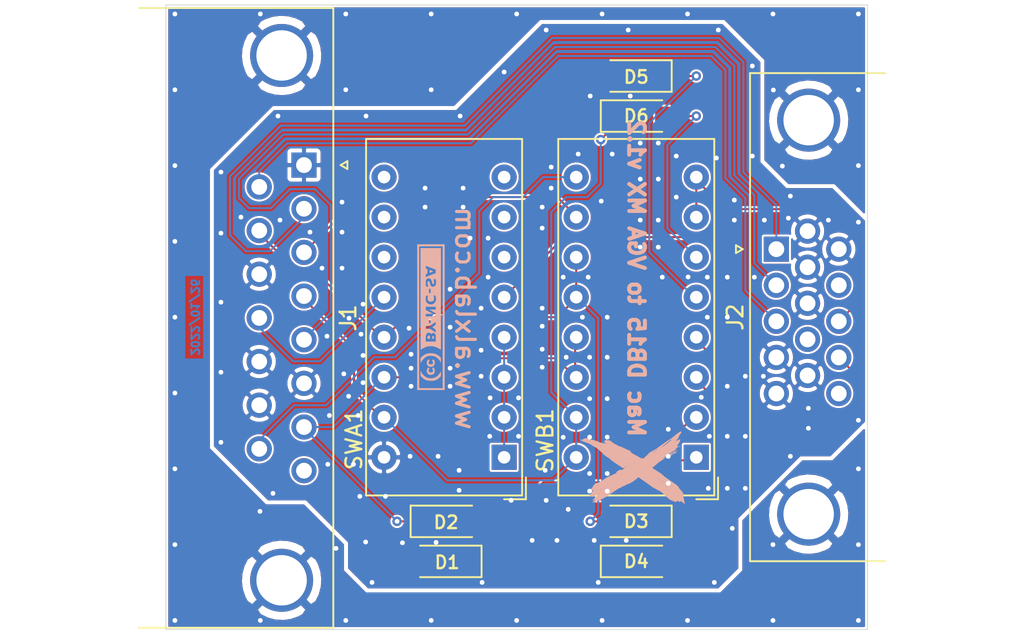
<source format=kicad_pcb>
(kicad_pcb (version 20171130) (host pcbnew "(5.1.6)-1")
  (layers (0 F.Cu signal) (31 B.Cu signal) (34 B.Paste user) (35 F.Paste user) (36 B.SilkS user) (37 F.SilkS user) (38 B.Mask user) (39 F.Mask user) (44 Edge.Cuts user))
  (net 0 "")
  (net 1 /S1-1)
  (net 2 /D1)
  (net 3 /D2)
  (net 4 /D3)
  (net 5 /S2-1)
  (net 6 /D4)
  (net 7 /S0-1)
  (net 8 /D5)
  (net 9 /D6)
  (net 10 /HS)
  (net 11 /VS)
  (net 12 /B)
  (net 13 "Net-(J1-Pad8)")
  (net 14 /G)
  (net 15 /CS)
  (net 16 /R)
  (net 17 "Net-(J2-Pad15)")
  (net 18 /VS-2)
  (net 19 "Net-(J2-Pad12)")
  (net 20 "Net-(J2-Pad9)")
  (net 21 "Net-(SWA1-Pad1)")
  (net 22 "Net-(SWA1-Pad9)")
  (net 23 "Net-(SWA1-Pad10)")
  (net 24 "Net-(SWA1-Pad11)")
  (net 25 "Net-(SWA1-Pad6)")
  (net 26 "Net-(SWA1-Pad7)")
  (net 27 "Net-(SWA1-Pad8)")
  (net 28 /HS-CS)
  (net 29 /GND)
  (net 30 /GND.S)
  (module Diode_SMD:D_SOD-123 (layer F.Cu) (at 130.302 89.5985 180)
    (fp_text reference D6 (at 0 -2.54) (layer F.SilkS) (effects (font (size 0.8 0.8))))
    (fp_text value 1N4148)
    (pad 2 smd rect (at 1.65 0 180) (size 0.9 1.2) (layers F.Cu F.Paste F.Mask) (net 7 /S0-1))
    (pad 1 smd rect (at -1.65 0 180) (size 0.9 1.2) (layers F.Cu F.Paste F.Mask) (net 9 /D6))
  )
  (module Diode_SMD:D_SOD-123 (layer F.Cu) (at 130.302 92.1385)
    (fp_text reference D5 (at 0 -2.4765) (layer F.SilkS) (effects (font (size 0.8 0.8))))
    (fp_text value 1N4148)
    (pad 2 smd rect (at 1.65 0) (size 0.9 1.2) (layers F.Cu F.Paste F.Mask) (net 8 /D5))
    (pad 1 smd rect (at -1.65 0) (size 0.9 1.2) (layers F.Cu F.Paste F.Mask) (net 7 /S0-1))
  )
  (module Diode_SMD:D_SOD-123 (layer F.Cu) (at 130.302 117.856 180)
    (fp_text reference D4 (at 0 -2.54) (layer F.SilkS) (effects (font (size 0.8 0.8))))
    (fp_text value 1N4148)
    (pad 2 smd rect (at 1.65 0 180) (size 0.9 1.2) (layers F.Cu F.Paste F.Mask) (net 5 /S2-1))
    (pad 1 smd rect (at -1.65 0 180) (size 0.9 1.2) (layers F.Cu F.Paste F.Mask) (net 6 /D4))
  )
  (module Diode_SMD:D_SOD-123 (layer F.Cu) (at 130.302 120.396)
    (fp_text reference D3 (at 0 -2.54) (layer F.SilkS) (effects (font (size 0.8 0.8))))
    (fp_text value 1N4148)
    (pad 2 smd rect (at 1.65 0) (size 0.9 1.2) (layers F.Cu F.Paste F.Mask) (net 4 /D3))
    (pad 1 smd rect (at -1.65 0) (size 0.9 1.2) (layers F.Cu F.Paste F.Mask) (net 5 /S2-1))
  )
  (module Diode_SMD:D_SOD-123 (layer F.Cu) (at 118.237 117.856)
    (fp_text reference D2 (at 0 0.0635) (layer F.SilkS) (effects (font (size 0.8 0.8))))
    (fp_text value 1N4148)
    (pad 2 smd rect (at 1.65 0) (size 0.9 1.2) (layers F.Cu F.Paste F.Mask) (net 3 /D2))
    (pad 1 smd rect (at -1.65 0) (size 0.9 1.2) (layers F.Cu F.Paste F.Mask) (net 1 /S1-1))
  )
  (module Diode_SMD:D_SOD-123 (layer F.Cu) (at 118.237 120.396 180)
    (fp_text reference D1 (at -0.0635 -0.0635) (layer F.SilkS) (effects (font (size 0.8 0.8))))
    (fp_text value 1N4148)
    (pad 2 smd rect (at 1.65 0 180) (size 0.9 1.2) (layers F.Cu F.Paste F.Mask) (net 1 /S1-1))
    (pad 1 smd rect (at -1.65 0 180) (size 0.9 1.2) (layers F.Cu F.Paste F.Mask) (net 2 /D1))
  )
  (module project:cc_by_nc_sa_small_9mm_front_silk_screen (layer B.Cu) (at 117.2845 104.902 90)
    (fp_text reference G*** hide)
    (fp_text value LOGO hide)
  )
  (module project:SW_DIP_SPSTx08_Slide_9.78x22.5mm_W7.62mm_P2.54mm (layer F.Cu) (at 134.112 113.792 180)
    (fp_text reference SWB1 (at 9.5885 1.0795 90) (layer F.SilkS))
    (fp_text value SW_DIP_x08)
    (pad 16 thru_hole oval (at 7.62 0 180) (size 1.6 1.6) (drill 0.8) (layers *.Cu *.Mask) (net 7 /S0-1))
    (pad 8 thru_hole oval (at 0 17.78 180) (size 1.6 1.6) (drill 0.8) (layers *.Cu *.Mask) (net 28 /HS-CS))
    (pad 15 thru_hole oval (at 7.62 2.54 180) (size 1.6 1.6) (drill 0.8) (layers *.Cu *.Mask) (net 7 /S0-1))
    (pad 7 thru_hole oval (at 0 15.24 180) (size 1.6 1.6) (drill 0.8) (layers *.Cu *.Mask) (net 28 /HS-CS))
    (pad 14 thru_hole oval (at 7.62 5.08 180) (size 1.6 1.6) (drill 0.8) (layers *.Cu *.Mask) (net 1 /S1-1))
    (pad 6 thru_hole oval (at 0 12.7 180) (size 1.6 1.6) (drill 0.8) (layers *.Cu *.Mask) (net 8 /D5))
    (pad 13 thru_hole oval (at 7.62 7.62 180) (size 1.6 1.6) (drill 0.8) (layers *.Cu *.Mask) (net 1 /S1-1))
    (pad 5 thru_hole oval (at 0 10.16 180) (size 1.6 1.6) (drill 0.8) (layers *.Cu *.Mask) (net 9 /D6))
    (pad 12 thru_hole oval (at 7.62 10.16 180) (size 1.6 1.6) (drill 0.8) (layers *.Cu *.Mask) (net 5 /S2-1))
    (pad 4 thru_hole oval (at 0 7.62 180) (size 1.6 1.6) (drill 0.8) (layers *.Cu *.Mask) (net 4 /D3))
    (pad 11 thru_hole oval (at 7.62 12.7 180) (size 1.6 1.6) (drill 0.8) (layers *.Cu *.Mask) (net 5 /S2-1))
    (pad 3 thru_hole oval (at 0 5.08 180) (size 1.6 1.6) (drill 0.8) (layers *.Cu *.Mask) (net 6 /D4))
    (pad 10 thru_hole oval (at 7.62 15.24 180) (size 1.6 1.6) (drill 0.8) (layers *.Cu *.Mask) (net 15 /CS))
    (pad 2 thru_hole oval (at 0 2.54 180) (size 1.6 1.6) (drill 0.8) (layers *.Cu *.Mask) (net 3 /D2))
    (pad 9 thru_hole oval (at 7.62 17.78 180) (size 1.6 1.6) (drill 0.8) (layers *.Cu *.Mask) (net 10 /HS))
    (pad 1 thru_hole rect (at 0 0 180) (size 1.6 1.6) (drill 0.8) (layers *.Cu *.Mask) (net 2 /D1))
  )
  (module project:SW_DIP_SPSTx08_Slide_9.78x22.5mm_W7.62mm_P2.54mm (layer F.Cu) (at 121.92 113.792 180)
    (fp_text reference SWA1 (at 9.525 1.143 90) (layer F.SilkS))
    (fp_text value SW_DIP_x08)
    (pad 16 thru_hole oval (at 7.62 0 180) (size 1.6 1.6) (drill 0.8) (layers *.Cu *.Mask) (net 29 /GND))
    (pad 8 thru_hole oval (at 0 17.78 180) (size 1.6 1.6) (drill 0.8) (layers *.Cu *.Mask) (net 27 "Net-(SWA1-Pad8)"))
    (pad 15 thru_hole oval (at 7.62 2.54 180) (size 1.6 1.6) (drill 0.8) (layers *.Cu *.Mask) (net 7 /S0-1))
    (pad 7 thru_hole oval (at 0 15.24 180) (size 1.6 1.6) (drill 0.8) (layers *.Cu *.Mask) (net 26 "Net-(SWA1-Pad7)"))
    (pad 14 thru_hole oval (at 7.62 5.08 180) (size 1.6 1.6) (drill 0.8) (layers *.Cu *.Mask) (net 1 /S1-1))
    (pad 6 thru_hole oval (at 0 12.7 180) (size 1.6 1.6) (drill 0.8) (layers *.Cu *.Mask) (net 25 "Net-(SWA1-Pad6)"))
    (pad 13 thru_hole oval (at 7.62 7.62 180) (size 1.6 1.6) (drill 0.8) (layers *.Cu *.Mask) (net 5 /S2-1))
    (pad 5 thru_hole oval (at 0 10.16 180) (size 1.6 1.6) (drill 0.8) (layers *.Cu *.Mask) (net 18 /VS-2))
    (pad 12 thru_hole oval (at 7.62 10.16 180) (size 1.6 1.6) (drill 0.8) (layers *.Cu *.Mask) (net 11 /VS))
    (pad 4 thru_hole oval (at 0 7.62 180) (size 1.6 1.6) (drill 0.8) (layers *.Cu *.Mask) (net 21 "Net-(SWA1-Pad1)"))
    (pad 11 thru_hole oval (at 7.62 12.7 180) (size 1.6 1.6) (drill 0.8) (layers *.Cu *.Mask) (net 24 "Net-(SWA1-Pad11)"))
    (pad 3 thru_hole oval (at 0 5.08 180) (size 1.6 1.6) (drill 0.8) (layers *.Cu *.Mask) (net 21 "Net-(SWA1-Pad1)"))
    (pad 10 thru_hole oval (at 7.62 15.24 180) (size 1.6 1.6) (drill 0.8) (layers *.Cu *.Mask) (net 23 "Net-(SWA1-Pad10)"))
    (pad 2 thru_hole oval (at 0 2.54 180) (size 1.6 1.6) (drill 0.8) (layers *.Cu *.Mask) (net 21 "Net-(SWA1-Pad1)"))
    (pad 9 thru_hole oval (at 7.62 17.78 180) (size 1.6 1.6) (drill 0.8) (layers *.Cu *.Mask) (net 22 "Net-(SWA1-Pad9)"))
    (pad 1 thru_hole rect (at 0 0 180) (size 1.6 1.6) (drill 0.8) (layers *.Cu *.Mask) (net 21 "Net-(SWA1-Pad1)"))
  )
  (module Connector_Dsub:DSUB-15_Male_Horizontal_P2.77x2.84mm_EdgePinOffset7.70mm_Housed_MountingHolesOffset9.12mm (layer F.Cu) (at 109.22 95.25 270)
    (fp_text reference J1 (at 9.695 -2.8 90) (layer F.SilkS))
    (fp_text value Mac_DB15_Male_MountingHoles)
    (pad 1 thru_hole rect (at 0 0 270) (size 1.6 1.6) (drill 1) (layers *.Cu *.Mask) (net 29 /GND))
    (pad 2 thru_hole circle (at 2.77 0 270) (size 1.6 1.6) (drill 1) (layers *.Cu *.Mask) (net 16 /R))
    (pad 3 thru_hole circle (at 5.54 0 270) (size 1.6 1.6) (drill 1) (layers *.Cu *.Mask) (net 15 /CS))
    (pad 4 thru_hole circle (at 8.31 0 270) (size 1.6 1.6) (drill 1) (layers *.Cu *.Mask) (net 7 /S0-1))
    (pad 5 thru_hole circle (at 11.08 0 270) (size 1.6 1.6) (drill 1) (layers *.Cu *.Mask) (net 14 /G))
    (pad 6 thru_hole circle (at 13.85 0 270) (size 1.6 1.6) (drill 1) (layers *.Cu *.Mask) (net 29 /GND))
    (pad 7 thru_hole circle (at 16.62 0 270) (size 1.6 1.6) (drill 1) (layers *.Cu *.Mask) (net 1 /S1-1))
    (pad 8 thru_hole circle (at 19.39 0 270) (size 1.6 1.6) (drill 1) (layers *.Cu *.Mask) (net 13 "Net-(J1-Pad8)"))
    (pad 9 thru_hole circle (at 1.385 2.84 270) (size 1.6 1.6) (drill 1) (layers *.Cu *.Mask) (net 12 /B))
    (pad 10 thru_hole circle (at 4.155 2.84 270) (size 1.6 1.6) (drill 1) (layers *.Cu *.Mask) (net 5 /S2-1))
    (pad 11 thru_hole circle (at 6.925 2.84 270) (size 1.6 1.6) (drill 1) (layers *.Cu *.Mask) (net 29 /GND))
    (pad 12 thru_hole circle (at 9.695 2.84 270) (size 1.6 1.6) (drill 1) (layers *.Cu *.Mask) (net 11 /VS))
    (pad 13 thru_hole circle (at 12.465 2.84 270) (size 1.6 1.6) (drill 1) (layers *.Cu *.Mask) (net 29 /GND))
    (pad 14 thru_hole circle (at 15.235 2.84 270) (size 1.6 1.6) (drill 1) (layers *.Cu *.Mask) (net 29 /GND))
    (pad 15 thru_hole circle (at 18.005 2.84 270) (size 1.6 1.6) (drill 1) (layers *.Cu *.Mask) (net 10 /HS))
    (pad 0 thru_hole circle (at -6.955 1.42 270) (size 4 4) (drill 3.2) (layers *.Cu *.Mask) (net 30 /GND.S))
    (pad 0 thru_hole circle (at 26.345 1.42 270) (size 4 4) (drill 3.2) (layers *.Cu *.Mask) (net 30 /GND.S))
  )
  (module project:logo_7_back (layer F.Cu) (at 131.1275 114.427 270)
    (fp_text reference G*** hide)
    (fp_text value LOGO hide)
  )
  (module Connector_Dsub:DSUB-15-HD_Female_Horizontal_P2.29x1.98mm_EdgePinOffset3.03mm_Housed_MountingHolesOffset4.94mm (layer F.Cu) (at 139.192 100.584 90)
    (fp_text reference J2 (at -4.315 -2.61 90) (layer F.SilkS))
    (fp_text value VGA_DB15_Female_HighDensity_MountingHoles)
    (pad 0 thru_hole circle (at 8.185 2.05 90) (size 4 4) (drill 3.2) (layers *.Cu *.Mask) (net 30 /GND.S))
    (pad 0 thru_hole circle (at -16.815 2.05 90) (size 4 4) (drill 3.2) (layers *.Cu *.Mask) (net 30 /GND.S))
    (pad 15 thru_hole circle (at -9.16 3.96 90) (size 1.6 1.6) (drill 1) (layers *.Cu *.Mask) (net 17 "Net-(J2-Pad15)"))
    (pad 14 thru_hole circle (at -6.87 3.96 90) (size 1.6 1.6) (drill 1) (layers *.Cu *.Mask) (net 18 /VS-2))
    (pad 13 thru_hole circle (at -4.58 3.96 90) (size 1.6 1.6) (drill 1) (layers *.Cu *.Mask) (net 28 /HS-CS))
    (pad 12 thru_hole circle (at -2.29 3.96 90) (size 1.6 1.6) (drill 1) (layers *.Cu *.Mask) (net 19 "Net-(J2-Pad12)"))
    (pad 11 thru_hole circle (at 0 3.96 90) (size 1.6 1.6) (drill 1) (layers *.Cu *.Mask) (net 29 /GND))
    (pad 10 thru_hole circle (at -8.015 1.98 90) (size 1.6 1.6) (drill 1) (layers *.Cu *.Mask) (net 29 /GND))
    (pad 9 thru_hole circle (at -5.725 1.98 90) (size 1.6 1.6) (drill 1) (layers *.Cu *.Mask) (net 20 "Net-(J2-Pad9)"))
    (pad 8 thru_hole circle (at -3.435 1.98 90) (size 1.6 1.6) (drill 1) (layers *.Cu *.Mask) (net 29 /GND))
    (pad 7 thru_hole circle (at -1.145 1.98 90) (size 1.6 1.6) (drill 1) (layers *.Cu *.Mask) (net 29 /GND))
    (pad 6 thru_hole circle (at 1.145 1.98 90) (size 1.6 1.6) (drill 1) (layers *.Cu *.Mask) (net 29 /GND))
    (pad 5 thru_hole circle (at -9.16 0 90) (size 1.6 1.6) (drill 1) (layers *.Cu *.Mask) (net 29 /GND))
    (pad 4 thru_hole circle (at -6.87 0 90) (size 1.6 1.6) (drill 1) (layers *.Cu *.Mask) (net 29 /GND))
    (pad 3 thru_hole circle (at -4.58 0 90) (size 1.6 1.6) (drill 1) (layers *.Cu *.Mask) (net 12 /B))
    (pad 2 thru_hole circle (at -2.29 0 90) (size 1.6 1.6) (drill 1) (layers *.Cu *.Mask) (net 14 /G))
    (pad 1 thru_hole rect (at 0 0 90) (size 1.6 1.6) (drill 1) (layers *.Cu *.Mask) (net 16 /R))
  )
  (gr_text www.alxlab.com (at 119.4435 104.9655 -90) (layer B.SilkS) (effects (font (size 1.2 1.2) (thickness 0.2)) (justify mirror)))
  (gr_text 2022/01/26 (at 102.2985 104.902 -90) (layer B.Cu) (effects (font (size 0.5 0.5) (thickness 0.125)) (justify mirror)))
  (gr_text "Mac DB15 to VGA MX v1.2" (at 130.302 102.4255 -90) (layer B.SilkS) (effects (font (size 1 1) (thickness 0.25)) (justify mirror)))
  (gr_line (start 100.457 124.714) (end 100.457 85.09) (layer Edge.Cuts) (width 0.05))
  (gr_line (start 144.9705 124.714) (end 100.457 124.714) (layer Edge.Cuts) (width 0.05))
  (gr_line (start 144.9705 85.09) (end 144.9705 124.714) (layer Edge.Cuts) (width 0.05))
  (gr_line (start 100.457 85.09) (end 144.9705 85.09) (layer Edge.Cuts) (width 0.05))
  (segment (start 111.0785 111.87) (end 114.2365 108.712) (width 0.127) (layer B.Cu) (net 1))
  (segment (start 109.1565 111.87) (end 111.0785 111.87) (width 0.127) (layer B.Cu) (net 1))
  (segment (start 126.4285 108.585) (end 126.4285 106.045) (width 0.127) (layer F.Cu) (net 1))
  (segment (start 119.5705 108.712) (end 114.3 108.712) (width 0.127) (layer F.Cu) (net 1))
  (segment (start 120.777 107.5055) (end 119.5705 108.712) (width 0.127) (layer F.Cu) (net 1))
  (segment (start 126.492 108.7755) (end 125.222 107.5055) (width 0.127) (layer F.Cu) (net 1))
  (segment (start 125.222 107.5055) (end 120.777 107.5055) (width 0.127) (layer F.Cu) (net 1))
  (segment (start 116.587 117.856) (end 116.587 120.396) (width 0.127) (layer F.Cu) (net 1))
  (segment (start 115.122 117.856) (end 115.1255 117.856) (width 0.127) (layer B.Cu) (net 1))
  (segment (start 109.1565 111.8905) (end 115.122 117.856) (width 0.127) (layer B.Cu) (net 1))
  (segment (start 116.587 117.856) (end 115.1255 117.856) (width 0.127) (layer F.Cu) (net 1))
  (segment (start 115.1255 117.856) (end 115.1255 117.856) (width 0.127) (layer B.Cu) (net 1))
  (via (at 115.1255 117.856) (size 0.6) (drill 0.3) (layers F.Cu B.Cu) (net 1))
  (segment (start 134.112 113.9825) (end 133.1595 113.9825) (width 0.127) (layer F.Cu) (net 2))
  (segment (start 123.19 120.396) (end 119.887 120.396) (width 0.127) (layer F.Cu) (net 2))
  (segment (start 124.7775 118.8085) (end 123.19 120.396) (width 0.127) (layer F.Cu) (net 2))
  (segment (start 130.4925 116.459) (end 125.73 116.459) (width 0.127) (layer F.Cu) (net 2))
  (segment (start 125.73 116.459) (end 124.7775 117.4115) (width 0.127) (layer F.Cu) (net 2))
  (segment (start 133.1595 113.9825) (end 132.969 113.9825) (width 0.127) (layer F.Cu) (net 2))
  (segment (start 132.969 113.9825) (end 130.4925 116.459) (width 0.127) (layer F.Cu) (net 2))
  (segment (start 124.7775 117.4115) (end 124.7775 118.8085) (width 0.127) (layer F.Cu) (net 2))
  (segment (start 124.3965 115.3795) (end 121.92 117.856) (width 0.127) (layer F.Cu) (net 3))
  (segment (start 134.0485 111.125) (end 129.794 115.3795) (width 0.127) (layer F.Cu) (net 3))
  (segment (start 129.794 115.3795) (end 124.3965 115.3795) (width 0.127) (layer F.Cu) (net 3))
  (segment (start 119.887 117.856) (end 121.92 117.856) (width 0.127) (layer F.Cu) (net 3))
  (segment (start 134.112 106.3625) (end 134.112 106.172) (width 0.127) (layer F.Cu) (net 4))
  (segment (start 136.652 116.6495) (end 136.652 108.9025) (width 0.127) (layer F.Cu) (net 4))
  (segment (start 136.652 108.9025) (end 134.112 106.3625) (width 0.127) (layer F.Cu) (net 4))
  (segment (start 135.6995 117.602) (end 136.652 116.6495) (width 0.127) (layer F.Cu) (net 4))
  (segment (start 134.112 120.396) (end 135.6995 118.8085) (width 0.127) (layer F.Cu) (net 4))
  (segment (start 135.6995 118.8085) (end 135.6995 117.602) (width 0.127) (layer F.Cu) (net 4))
  (segment (start 131.952 120.396) (end 134.0485 120.396) (width 0.127) (layer F.Cu) (net 4))
  (segment (start 126.872978 103.759022) (end 126.872978 103.759) (width 0.25) (layer B.Cu) (net 5))
  (segment (start 126.365 103.759) (end 126.492 103.632) (width 0.25) (layer F.Cu) (net 5))
  (segment (start 107.823 101.6635) (end 108.5215 102.362) (width 0.127) (layer F.Cu) (net 5))
  (segment (start 110.2995 102.362) (end 114.3 106.3625) (width 0.127) (layer F.Cu) (net 5))
  (segment (start 108.5215 102.362) (end 110.2995 102.362) (width 0.127) (layer F.Cu) (net 5))
  (segment (start 106.38 99.5955) (end 107.823 101.0385) (width 0.127) (layer F.Cu) (net 5))
  (segment (start 107.823 101.0385) (end 107.823 101.6635) (width 0.127) (layer F.Cu) (net 5))
  (segment (start 110.2995 102.362) (end 110.2995 102.362) (width 0.127) (layer F.Cu) (net 5))
  (segment (start 126.492 103.6955) (end 126.492 101.1555) (width 0.127) (layer F.Cu) (net 5))
  (segment (start 125.2855 104.902) (end 126.492 103.6955) (width 0.127) (layer F.Cu) (net 5))
  (segment (start 114.3 106.2355) (end 115.6335 104.902) (width 0.127) (layer F.Cu) (net 5))
  (segment (start 115.6335 104.902) (end 125.2855 104.902) (width 0.127) (layer F.Cu) (net 5))
  (segment (start 128.652 117.856) (end 128.652 120.396) (width 0.127) (layer F.Cu) (net 5))
  (segment (start 127.5715 117.856) (end 127.5715 117.856) (width 0.127) (layer F.Cu) (net 5))
  (via (at 127.381016 117.856) (size 0.6) (drill 0.3) (layers F.Cu B.Cu) (net 5))
  (segment (start 128.652 117.856) (end 127.381016 117.856) (width 0.127) (layer F.Cu) (net 5))
  (segment (start 127.889 104.9655) (end 126.4285 103.505) (width 0.127) (layer B.Cu) (net 5))
  (segment (start 127.381016 117.856) (end 127.889 117.348016) (width 0.127) (layer B.Cu) (net 5))
  (segment (start 127.889 117.348016) (end 127.889 104.9655) (width 0.127) (layer B.Cu) (net 5))
  (segment (start 135.509 110.2995) (end 134.112 108.9025) (width 0.127) (layer F.Cu) (net 6))
  (segment (start 134.112 117.856) (end 135.509 116.459) (width 0.127) (layer F.Cu) (net 6))
  (segment (start 135.509 116.459) (end 135.509 110.2995) (width 0.127) (layer F.Cu) (net 6))
  (segment (start 134.112 117.856) (end 131.952 117.856) (width 0.127) (layer F.Cu) (net 6))
  (segment (start 126.111 111.76) (end 126.111 111.506) (width 0.25) (layer F.Cu) (net 7))
  (segment (start 126.491996 113.792) (end 126.492 113.792) (width 0.25) (layer F.Cu) (net 7))
  (segment (start 112.395 109.5375) (end 114.3 111.4425) (width 0.127) (layer F.Cu) (net 7))
  (segment (start 112.395 106.934) (end 112.395 109.5375) (width 0.127) (layer F.Cu) (net 7))
  (segment (start 109.22 103.7075) (end 109.22 103.759) (width 0.127) (layer F.Cu) (net 7))
  (segment (start 109.22 103.759) (end 112.395 106.934) (width 0.127) (layer F.Cu) (net 7))
  (segment (start 126.492 111.252) (end 126.492 113.792) (width 0.127) (layer B.Cu) (net 7))
  (segment (start 118.3005 115.2525) (end 114.3 111.252) (width 0.127) (layer B.Cu) (net 7))
  (segment (start 125.0315 115.2525) (end 118.3005 115.2525) (width 0.127) (layer B.Cu) (net 7))
  (segment (start 126.492 113.792) (end 125.0315 115.2525) (width 0.127) (layer B.Cu) (net 7))
  (segment (start 124.9045 98.2345) (end 124.9045 109.6645) (width 0.127) (layer B.Cu) (net 7))
  (segment (start 125.857 97.282) (end 124.9045 98.2345) (width 0.127) (layer B.Cu) (net 7))
  (segment (start 124.9045 109.6645) (end 126.492 111.252) (width 0.127) (layer B.Cu) (net 7))
  (segment (start 128.04775 96.42475) (end 127.1905 97.282) (width 0.127) (layer B.Cu) (net 7))
  (segment (start 127.1905 97.282) (end 125.857 97.282) (width 0.127) (layer B.Cu) (net 7))
  (segment (start 128.04775 93.63075) (end 128.04775 96.393) (width 0.127) (layer B.Cu) (net 7))
  (via (at 128.04775 93.63075) (size 0.6) (drill 0.3) (layers F.Cu B.Cu) (net 7))
  (segment (start 128.04775 93.63075) (end 128.651 93.0275) (width 0.127) (layer F.Cu) (net 7))
  (segment (start 128.651 92.1395) (end 128.652 92.1385) (width 0.127) (layer F.Cu) (net 7))
  (segment (start 128.651 93.0275) (end 128.651 92.1395) (width 0.127) (layer F.Cu) (net 7))
  (segment (start 128.652 92.1385) (end 128.652 89.5985) (width 0.127) (layer F.Cu) (net 7))
  (segment (start 133.985 100.965) (end 134.112 101.092) (width 0.25) (layer F.Cu) (net 8))
  (segment (start 134.112 101.092) (end 133.7945 100.7745) (width 0.127) (layer F.Cu) (net 8))
  (segment (start 132.2705 99.2505) (end 132.2705 93.980002) (width 0.127) (layer B.Cu) (net 8))
  (segment (start 134.0485 92.2655) (end 134.0485 92.202002) (width 0.127) (layer B.Cu) (net 8))
  (segment (start 132.2705 93.980002) (end 134.112002 92.1385) (width 0.127) (layer B.Cu) (net 8))
  (segment (start 134.0485 92.202002) (end 134.112002 92.1385) (width 0.127) (layer B.Cu) (net 8))
  (via (at 134.112002 92.1385) (size 0.6) (drill 0.3) (layers F.Cu B.Cu) (net 8))
  (segment (start 134.112 101.092) (end 132.2705 99.2505) (width 0.127) (layer B.Cu) (net 8))
  (segment (start 134.112002 92.1385) (end 131.952 92.1385) (width 0.127) (layer F.Cu) (net 8))
  (segment (start 133.985 103.632) (end 134.112 103.632) (width 0.127) (layer B.Cu) (net 9))
  (segment (start 131.1275 100.7745) (end 133.985 103.632) (width 0.127) (layer B.Cu) (net 9))
  (segment (start 134.112 89.5985) (end 134.112 89.5985) (width 0.127) (layer B.Cu) (net 9))
  (segment (start 131.1275 92.583) (end 131.1275 100.7745) (width 0.127) (layer B.Cu) (net 9))
  (segment (start 134.112 89.5985) (end 131.1275 92.583) (width 0.127) (layer B.Cu) (net 9))
  (via (at 134.112 89.5985) (size 0.6) (drill 0.3) (layers F.Cu B.Cu) (net 9))
  (segment (start 134.112 89.5985) (end 131.952 89.5985) (width 0.127) (layer F.Cu) (net 9))
  (segment (start 123.1265 97.282) (end 124.3965 96.012) (width 0.127) (layer B.Cu) (net 10))
  (segment (start 121.2215 97.282) (end 123.1265 97.282) (width 0.127) (layer B.Cu) (net 10))
  (segment (start 120.3325 98.171) (end 121.2215 97.282) (width 0.127) (layer B.Cu) (net 10))
  (segment (start 124.3965 96.012) (end 126.492 96.012) (width 0.127) (layer B.Cu) (net 10))
  (segment (start 120.3325 102.108) (end 120.3325 98.171) (width 0.127) (layer B.Cu) (net 10))
  (segment (start 114.9985 107.442) (end 120.3325 102.108) (width 0.127) (layer B.Cu) (net 10))
  (segment (start 108.585 110.49) (end 110.617 110.49) (width 0.127) (layer B.Cu) (net 10))
  (segment (start 110.617 110.49) (end 113.665 107.442) (width 0.127) (layer B.Cu) (net 10))
  (segment (start 106.38 112.695) (end 108.585 110.49) (width 0.127) (layer B.Cu) (net 10))
  (segment (start 106.38 113.255) (end 106.38 112.695) (width 0.127) (layer B.Cu) (net 10))
  (segment (start 113.665 107.442) (end 114.9985 107.442) (width 0.127) (layer B.Cu) (net 10))
  (segment (start 106.38 105.5545) (end 108.5215 107.696) (width 0.127) (layer B.Cu) (net 11))
  (segment (start 106.38 105.0925) (end 106.38 105.5545) (width 0.127) (layer B.Cu) (net 11))
  (segment (start 110.236 107.696) (end 114.2365 103.6955) (width 0.127) (layer B.Cu) (net 11))
  (segment (start 108.5215 107.696) (end 110.236 107.696) (width 0.127) (layer B.Cu) (net 11))
  (segment (start 137.2235 103.1955) (end 139.192 105.164) (width 0.127) (layer B.Cu) (net 12))
  (segment (start 137.2235 97.3455) (end 137.2235 103.1955) (width 0.127) (layer B.Cu) (net 12))
  (segment (start 135.9535 89.2175) (end 135.9535 96.0755) (width 0.127) (layer B.Cu) (net 12))
  (segment (start 135.0645 88.3285) (end 135.9535 89.2175) (width 0.127) (layer B.Cu) (net 12))
  (segment (start 106.38 95.6389) (end 108.1532 93.8657) (width 0.127) (layer B.Cu) (net 12))
  (segment (start 106.38 96.7825) (end 106.38 95.6389) (width 0.127) (layer B.Cu) (net 12))
  (segment (start 135.9535 96.0755) (end 137.2235 97.3455) (width 0.127) (layer B.Cu) (net 12))
  (segment (start 125.349 88.3285) (end 135.0645 88.3285) (width 0.127) (layer B.Cu) (net 12))
  (segment (start 108.1532 93.8657) (end 119.8118 93.8657) (width 0.127) (layer B.Cu) (net 12))
  (segment (start 119.8118 93.8657) (end 125.349 88.3285) (width 0.127) (layer B.Cu) (net 12))
  (segment (start 137.795 101.477) (end 139.192 102.874) (width 0.127) (layer B.Cu) (net 14))
  (segment (start 136.525 88.9635) (end 136.525 95.885) (width 0.127) (layer B.Cu) (net 14))
  (segment (start 125.1585 87.757) (end 135.3185 87.757) (width 0.127) (layer B.Cu) (net 14))
  (segment (start 108.331 96.774) (end 107.1245 97.9805) (width 0.127) (layer B.Cu) (net 14))
  (segment (start 105.0925 96.1263) (end 107.9119 93.3069) (width 0.127) (layer B.Cu) (net 14))
  (segment (start 109.9185 96.774) (end 108.331 96.774) (width 0.127) (layer B.Cu) (net 14))
  (segment (start 110.9345 97.79) (end 109.9185 96.774) (width 0.127) (layer B.Cu) (net 14))
  (segment (start 105.0925 97.3455) (end 105.0925 96.1263) (width 0.127) (layer B.Cu) (net 14))
  (segment (start 135.3185 87.757) (end 136.525 88.9635) (width 0.127) (layer B.Cu) (net 14))
  (segment (start 109.1565 106.3505) (end 110.9345 104.5725) (width 0.127) (layer B.Cu) (net 14))
  (segment (start 110.9345 104.5725) (end 110.9345 97.79) (width 0.127) (layer B.Cu) (net 14))
  (segment (start 137.795 97.155) (end 137.795 101.477) (width 0.127) (layer B.Cu) (net 14))
  (segment (start 107.1245 97.9805) (end 105.7275 97.9805) (width 0.127) (layer B.Cu) (net 14))
  (segment (start 119.6086 93.3069) (end 125.1585 87.757) (width 0.127) (layer B.Cu) (net 14))
  (segment (start 136.525 95.885) (end 137.795 97.155) (width 0.127) (layer B.Cu) (net 14))
  (segment (start 105.7275 97.9805) (end 105.0925 97.3455) (width 0.127) (layer B.Cu) (net 14))
  (segment (start 107.9119 93.3069) (end 119.6086 93.3069) (width 0.127) (layer B.Cu) (net 14))
  (segment (start 109.22 100.79) (end 109.535001 100.474999) (width 0.25) (layer F.Cu) (net 15))
  (segment (start 126.4285 98.425) (end 125.2855 97.282) (width 0.127) (layer F.Cu) (net 15))
  (segment (start 125.2855 97.282) (end 112.728 97.282) (width 0.127) (layer F.Cu) (net 15))
  (segment (start 112.728 97.282) (end 109.22 100.79) (width 0.127) (layer F.Cu) (net 15))
  (segment (start 109.22 98.02) (end 109.22 98.2345) (width 0.127) (layer B.Cu) (net 16))
  (segment (start 139.192 97.79) (end 139.192 100.584) (width 0.127) (layer B.Cu) (net 16))
  (segment (start 137.0965 95.6945) (end 139.192 97.79) (width 0.127) (layer B.Cu) (net 16))
  (segment (start 104.521 99.695) (end 104.521 95.9739) (width 0.127) (layer B.Cu) (net 16))
  (segment (start 105.537 100.711) (end 104.521 99.695) (width 0.127) (layer B.Cu) (net 16))
  (segment (start 107.061 100.711) (end 105.537 100.711) (width 0.127) (layer B.Cu) (net 16))
  (segment (start 109.22 98.552) (end 107.061 100.711) (width 0.127) (layer B.Cu) (net 16))
  (segment (start 104.521 95.9739) (end 107.7468 92.7481) (width 0.127) (layer B.Cu) (net 16))
  (segment (start 137.0965 88.7095) (end 137.0965 95.6945) (width 0.127) (layer B.Cu) (net 16))
  (segment (start 107.7468 92.7481) (end 119.4054 92.7481) (width 0.127) (layer B.Cu) (net 16))
  (segment (start 119.4054 92.7481) (end 124.968 87.1855) (width 0.127) (layer B.Cu) (net 16))
  (segment (start 124.968 87.1855) (end 135.5725 87.1855) (width 0.127) (layer B.Cu) (net 16))
  (segment (start 109.22 98.1675) (end 109.22 98.552) (width 0.127) (layer B.Cu) (net 16))
  (segment (start 135.5725 87.1855) (end 137.0965 88.7095) (width 0.127) (layer B.Cu) (net 16))
  (segment (start 144.399 108.701) (end 143.152 107.454) (width 0.127) (layer F.Cu) (net 18))
  (segment (start 138.4935 111.3155) (end 143.637 111.3155) (width 0.127) (layer F.Cu) (net 18))
  (segment (start 137.795 110.617) (end 138.4935 111.3155) (width 0.127) (layer F.Cu) (net 18))
  (segment (start 137.795 107.7595) (end 137.795 110.617) (width 0.127) (layer F.Cu) (net 18))
  (segment (start 143.637 111.3155) (end 144.399 110.5535) (width 0.127) (layer F.Cu) (net 18))
  (segment (start 144.399 110.5535) (end 144.399 108.701) (width 0.127) (layer F.Cu) (net 18))
  (segment (start 135.509 100.5205) (end 135.509 105.4735) (width 0.127) (layer F.Cu) (net 18))
  (segment (start 135.509 105.4735) (end 137.795 107.7595) (width 0.127) (layer F.Cu) (net 18))
  (segment (start 134.8105 99.822) (end 135.509 100.5205) (width 0.127) (layer F.Cu) (net 18))
  (segment (start 121.92 103.632) (end 125.73 99.822) (width 0.127) (layer F.Cu) (net 18))
  (segment (start 125.73 99.822) (end 134.8105 99.822) (width 0.127) (layer F.Cu) (net 18))
  (segment (start 121.92 113.792) (end 121.92 106.172) (width 0.127) (layer B.Cu) (net 21))
  (segment (start 135.9535 98.044) (end 134.112 96.2025) (width 0.127) (layer F.Cu) (net 28))
  (segment (start 142.748 98.044) (end 135.9535 98.044) (width 0.127) (layer F.Cu) (net 28))
  (segment (start 144.4625 99.7585) (end 142.748 98.044) (width 0.127) (layer F.Cu) (net 28))
  (segment (start 143.152 105.164) (end 144.4625 103.8535) (width 0.127) (layer F.Cu) (net 28))
  (segment (start 144.4625 103.8535) (end 144.4625 99.7585) (width 0.127) (layer F.Cu) (net 28))
  (segment (start 134.112 96.2025) (end 134.112 98.7425) (width 0.127) (layer F.Cu) (net 28))
  (segment (start 109.22 109.1) (end 109.22 109.347) (width 0.5) (layer F.Cu) (net 29))
  (segment (start 135.255 94.8) (end 135.3875 94.8) (width 0.25) (layer F.Cu) (net 29))
  (via (at 127.3429 107.442) (size 0.6) (drill 0.3) (layers F.Cu B.Cu) (net 29))
  (via (at 128.4605 107.442) (size 0.6) (drill 0.3) (layers F.Cu B.Cu) (net 29))
  (via (at 125.857 107.442) (size 0.6) (drill 0.3) (layers F.Cu B.Cu) (net 29))
  (via (at 124.333 108.077) (size 0.6) (drill 0.3) (layers F.Cu B.Cu) (net 29))
  (via (at 124.333 106.934) (size 0.6) (drill 0.3) (layers F.Cu B.Cu) (net 29))
  (via (at 124.333 105.4735) (size 0.6) (drill 0.3) (layers F.Cu B.Cu) (net 29))
  (via (at 124.333 104.3305) (size 0.6) (drill 0.3) (layers F.Cu B.Cu) (net 29))
  (via (at 126.8857 104.902) (size 0.6) (drill 0.3) (layers F.Cu B.Cu) (net 29))
  (via (at 128.4605 104.902) (size 0.6) (drill 0.3) (layers F.Cu B.Cu) (net 29))
  (via (at 130.556 98.7425) (size 0.6) (drill 0.3) (layers F.Cu B.Cu) (net 29))
  (via (at 131.699 100.457) (size 0.6) (drill 0.3) (layers F.Cu B.Cu) (net 29))
  (via (at 131.699 98.7425) (size 0.6) (drill 0.3) (layers F.Cu B.Cu) (net 29))
  (via (at 133.5913 102.3493) (size 0.6) (drill 0.3) (layers F.Cu B.Cu) (net 29))
  (via (at 131.953 102.362) (size 0.6) (drill 0.3) (layers F.Cu B.Cu) (net 29))
  (via (at 127.3429 110.0709) (size 0.6) (drill 0.3) (layers F.Cu B.Cu) (net 29))
  (via (at 128.4605 110.0709) (size 0.6) (drill 0.3) (layers F.Cu B.Cu) (net 29))
  (via (at 127.3429 112.5093) (size 0.6) (drill 0.3) (layers F.Cu B.Cu) (net 29))
  (via (at 128.4605 112.5093) (size 0.6) (drill 0.3) (layers F.Cu B.Cu) (net 29))
  (via (at 127.3429 114.8207) (size 0.6) (drill 0.3) (layers F.Cu B.Cu) (net 29))
  (via (at 128.4605 114.8207) (size 0.6) (drill 0.3) (layers F.Cu B.Cu) (net 29))
  (via (at 125.2728 119.0625) (size 0.6) (drill 0.3) (layers F.Cu B.Cu) (net 29))
  (via (at 127.635 119.0625) (size 0.6) (drill 0.3) (layers F.Cu B.Cu) (net 29))
  (via (at 128.4605 115.9383) (size 0.6) (drill 0.3) (layers F.Cu B.Cu) (net 29))
  (via (at 127.3429 115.9383) (size 0.6) (drill 0.3) (layers F.Cu B.Cu) (net 29))
  (via (at 113.1316 119.1641) (size 0.6) (drill 0.3) (layers F.Cu B.Cu) (net 29))
  (via (at 115.4684 119.2149) (size 0.6) (drill 0.3) (layers F.Cu B.Cu) (net 29))
  (via (at 112.7633 116.2685) (size 0.6) (drill 0.3) (layers F.Cu B.Cu) (net 29))
  (via (at 114.3889 116.2685) (size 0.6) (drill 0.3) (layers F.Cu B.Cu) (net 29))
  (via (at 112.3569 114.2365) (size 0.6) (drill 0.3) (layers F.Cu B.Cu) (net 29))
  (via (at 110.7313 114.2365) (size 0.6) (drill 0.3) (layers F.Cu B.Cu) (net 29))
  (via (at 110.8329 111.1377) (size 0.6) (drill 0.3) (layers F.Cu B.Cu) (net 29))
  (via (at 112.6617 111.1377) (size 0.6) (drill 0.3) (layers F.Cu B.Cu) (net 29))
  (via (at 112.0521 109.9185) (size 0.6) (drill 0.3) (layers F.Cu B.Cu) (net 29))
  (via (at 112.9665 109.0549) (size 0.6) (drill 0.3) (layers F.Cu B.Cu) (net 29))
  (via (at 112.9665 107.3277) (size 0.6) (drill 0.3) (layers F.Cu B.Cu) (net 29))
  (via (at 111.7473 108.4961) (size 0.6) (drill 0.3) (layers F.Cu B.Cu) (net 29))
  (via (at 122.8344 110.0201) (size 0.6) (drill 0.3) (layers F.Cu B.Cu) (net 29))
  (via (at 121.031 110.0201) (size 0.6) (drill 0.3) (layers F.Cu B.Cu) (net 29))
  (via (at 121.0056 112.4585) (size 0.6) (drill 0.3) (layers F.Cu B.Cu) (net 29))
  (via (at 122.8344 112.4585) (size 0.6) (drill 0.3) (layers F.Cu B.Cu) (net 29))
  (via (at 107.2515 116.078) (size 0.6) (drill 0.3) (layers F.Cu B.Cu) (net 29))
  (via (at 103.9495 95.6945) (size 0.6) (drill 0.3) (layers F.Cu B.Cu) (net 29))
  (via (at 103.9495 112.8395) (size 0.6) (drill 0.3) (layers F.Cu B.Cu) (net 29))
  (via (at 103.9495 108.3945) (size 0.6) (drill 0.3) (layers F.Cu B.Cu) (net 29))
  (via (at 103.9495 99.568) (size 0.6) (drill 0.3) (layers F.Cu B.Cu) (net 29))
  (via (at 103.9495 103.9495) (size 0.6) (drill 0.3) (layers F.Cu B.Cu) (net 29))
  (via (at 107.569 92.1385) (size 0.6) (drill 0.3) (layers F.Cu B.Cu) (net 29))
  (via (at 113.157 92.1385) (size 0.6) (drill 0.3) (layers F.Cu B.Cu) (net 29))
  (via (at 121.92 89.3445) (size 0.6) (drill 0.3) (layers F.Cu B.Cu) (net 29))
  (via (at 129.794 86.6775) (size 0.6) (drill 0.3) (layers F.Cu B.Cu) (net 29))
  (via (at 135.509 86.6775) (size 0.6) (drill 0.3) (layers F.Cu B.Cu) (net 29))
  (via (at 137.668 88.9635) (size 0.6) (drill 0.3) (layers F.Cu B.Cu) (net 29))
  (via (at 137.668 94.6785) (size 0.6) (drill 0.3) (layers F.Cu B.Cu) (net 29))
  (via (at 140.081 97.2185) (size 0.6) (drill 0.3) (layers F.Cu B.Cu) (net 29))
  (via (at 144.399 98.8695) (size 0.6) (drill 0.3) (layers F.Cu B.Cu) (net 29))
  (via (at 144.399 111.4425) (size 0.6) (drill 0.3) (layers F.Cu B.Cu) (net 29))
  (via (at 140.081 113.7285) (size 0.6) (drill 0.3) (layers F.Cu B.Cu) (net 29))
  (via (at 136.398 118.3005) (size 0.6) (drill 0.3) (layers F.Cu B.Cu) (net 29))
  (via (at 113.538 121.7295) (size 0.6) (drill 0.3) (layers F.Cu B.Cu) (net 29))
  (via (at 120.523 121.7295) (size 0.6) (drill 0.3) (layers F.Cu B.Cu) (net 29))
  (via (at 127.889 121.7295) (size 0.6) (drill 0.3) (layers F.Cu B.Cu) (net 29))
  (via (at 135.255 121.7295) (size 0.6) (drill 0.3) (layers F.Cu B.Cu) (net 29))
  (via (at 134.874 115.7605) (size 0.6) (drill 0.3) (layers F.Cu B.Cu) (net 29))
  (via (at 136.0805 115.7605) (size 0.6) (drill 0.3) (layers F.Cu B.Cu) (net 29))
  (via (at 137.2235 115.7605) (size 0.6) (drill 0.3) (layers F.Cu B.Cu) (net 29))
  (via (at 136.0805 112.4585) (size 0.6) (drill 0.3) (layers F.Cu B.Cu) (net 29))
  (via (at 134.9375 112.4585) (size 0.6) (drill 0.3) (layers F.Cu B.Cu) (net 29))
  (via (at 137.2235 112.4585) (size 0.6) (drill 0.3) (layers F.Cu B.Cu) (net 29))
  (via (at 134.4295 109.982) (size 0.6) (drill 0.3) (layers F.Cu B.Cu) (net 29))
  (via (at 136.0805 109.2835) (size 0.6) (drill 0.3) (layers F.Cu B.Cu) (net 29))
  (via (at 137.2235 108.6485) (size 0.6) (drill 0.3) (layers F.Cu B.Cu) (net 29))
  (via (at 138.3665 108.6485) (size 0.6) (drill 0.3) (layers F.Cu B.Cu) (net 29))
  (via (at 141.224 110.6805) (size 0.6) (drill 0.3) (layers F.Cu B.Cu) (net 29))
  (via (at 141.224 111.9505) (size 0.6) (drill 0.3) (layers F.Cu B.Cu) (net 29))
  (via (at 142.494 98.7425) (size 0.6) (drill 0.3) (layers F.Cu B.Cu) (net 29))
  (via (at 139.954 98.6155) (size 0.6) (drill 0.3) (layers F.Cu B.Cu) (net 29))
  (via (at 134.8105 102.362) (size 0.6) (drill 0.3) (layers F.Cu B.Cu) (net 29))
  (via (at 136.0805 102.362) (size 0.6) (drill 0.3) (layers F.Cu B.Cu) (net 29))
  (via (at 134.8105 104.902) (size 0.6) (drill 0.3) (layers F.Cu B.Cu) (net 29))
  (via (at 136.0805 104.902) (size 0.6) (drill 0.3) (layers F.Cu B.Cu) (net 29))
  (via (at 125.6665 102.362) (size 0.6) (drill 0.3) (layers F.Cu B.Cu) (net 29))
  (via (at 127.254 102.362) (size 0.6) (drill 0.3) (layers F.Cu B.Cu) (net 29))
  (via (at 138.43 98.7425) (size 0.6) (drill 0.3) (layers F.Cu B.Cu) (net 29))
  (via (at 136.525 98.7425) (size 0.6) (drill 0.3) (layers F.Cu B.Cu) (net 29))
  (via (at 137.795 102.362) (size 0.6) (drill 0.3) (layers F.Cu B.Cu) (net 29))
  (via (at 126.619 94.5515) (size 0.6) (drill 0.3) (layers F.Cu B.Cu) (net 29))
  (via (at 128.778 94.5515) (size 0.6) (drill 0.3) (layers F.Cu B.Cu) (net 29))
  (via (at 124.333 99.2505) (size 0.6) (drill 0.3) (layers F.Cu B.Cu) (net 29))
  (via (at 120.904 99.8855) (size 0.6) (drill 0.3) (layers F.Cu B.Cu) (net 29))
  (via (at 119.761 99.8855) (size 0.6) (drill 0.3) (layers F.Cu B.Cu) (net 29))
  (via (at 118.491 103.124) (size 0.6) (drill 0.3) (layers F.Cu B.Cu) (net 29))
  (via (at 118.491 105.537) (size 0.6) (drill 0.3) (layers F.Cu B.Cu) (net 29))
  (via (at 115.8875 105.6005) (size 0.6) (drill 0.3) (layers F.Cu B.Cu) (net 29))
  (via (at 115.951 113.7285) (size 0.6) (drill 0.3) (layers F.Cu B.Cu) (net 29))
  (via (at 117.729 113.7285) (size 0.6) (drill 0.3) (layers F.Cu B.Cu) (net 29))
  (via (at 119.0625 114.6175) (size 0.6) (drill 0.3) (layers F.Cu B.Cu) (net 29))
  (via (at 119.0625 115.8875) (size 0.6) (drill 0.3) (layers F.Cu B.Cu) (net 29))
  (via (at 124.5235 114.6175) (size 0.6) (drill 0.3) (layers F.Cu B.Cu) (net 29))
  (via (at 124.587 116.5225) (size 0.6) (drill 0.3) (layers F.Cu B.Cu) (net 29))
  (via (at 112.0775 104.9655) (size 0.6) (drill 0.3) (layers F.Cu B.Cu) (net 29))
  (via (at 112.8395 105.9815) (size 0.6) (drill 0.3) (layers F.Cu B.Cu) (net 29))
  (via (at 112.9665 104.0765) (size 0.6) (drill 0.3) (layers F.Cu B.Cu) (net 29))
  (via (at 110.363 101.7905) (size 0.6) (drill 0.3) (layers F.Cu B.Cu) (net 29))
  (via (at 111.633 101.7905) (size 0.6) (drill 0.3) (layers F.Cu B.Cu) (net 29))
  (via (at 109.601 99.5045) (size 0.6) (drill 0.3) (layers F.Cu B.Cu) (net 29))
  (via (at 111.633 99.5045) (size 0.6) (drill 0.3) (layers F.Cu B.Cu) (net 29))
  (via (at 119.126 92.1385) (size 0.6) (drill 0.3) (layers F.Cu B.Cu) (net 29))
  (via (at 124.587 86.6775) (size 0.6) (drill 0.3) (layers F.Cu B.Cu) (net 29))
  (via (at 123.698 119.0625) (size 0.6) (drill 0.3) (layers F.Cu B.Cu) (net 29))
  (via (at 136.525 97.4725) (size 0.6) (drill 0.3) (layers F.Cu B.Cu) (net 29))
  (via (at 124.9045 96.7105) (size 0.6) (drill 0.3) (layers F.Cu B.Cu) (net 29))
  (via (at 119.3165 96.7105) (size 0.6) (drill 0.3) (layers F.Cu B.Cu) (net 29))
  (via (at 119.3165 97.917) (size 0.6) (drill 0.3) (layers F.Cu B.Cu) (net 29))
  (via (at 116.9035 96.7105) (size 0.6) (drill 0.3) (layers F.Cu B.Cu) (net 29))
  (via (at 116.9035 97.917) (size 0.6) (drill 0.3) (layers F.Cu B.Cu) (net 29))
  (via (at 120.904 102.362) (size 0.6) (drill 0.3) (layers F.Cu B.Cu) (net 29))
  (via (at 118.491 109.2835) (size 0.6) (drill 0.3) (layers F.Cu B.Cu) (net 29))
  (via (at 116.0145 109.2835) (size 0.6) (drill 0.3) (layers F.Cu B.Cu) (net 29))
  (via (at 116.0145 108.1405) (size 0.6) (drill 0.3) (layers F.Cu B.Cu) (net 29))
  (via (at 118.491 108.1405) (size 0.6) (drill 0.3) (layers F.Cu B.Cu) (net 29))
  (via (at 111.633 97.5995) (size 0.6) (drill 0.3) (layers F.Cu B.Cu) (net 29))
  (segment (start 135.3875 94.8) (end 136.2 94.8) (width 0.25) (layer F.Cu) (net 29))
  (via (at 135.3875 94.8) (size 0.6) (drill 0.3) (layers F.Cu B.Cu) (net 29))
  (via (at 132.842 97.282) (size 0.6) (drill 0.3) (layers F.Cu B.Cu) (net 29))
  (via (at 131.699 96.139) (size 0.6) (drill 0.3) (layers F.Cu B.Cu) (net 29))
  (via (at 130.556 96.139) (size 0.6) (drill 0.3) (layers F.Cu B.Cu) (net 29))
  (via (at 132.842 94.6785) (size 0.6) (drill 0.3) (layers F.Cu B.Cu) (net 29))
  (via (at 131.699 93.853) (size 0.6) (drill 0.3) (layers F.Cu B.Cu) (net 29))
  (via (at 130.556 93.853) (size 0.6) (drill 0.3) (layers F.Cu B.Cu) (net 29))
  (via (at 128.0795 97.536) (size 0.6) (drill 0.3) (layers F.Cu B.Cu) (net 29))
  (via (at 132.334 115.443) (size 0.6) (drill 0.3) (layers F.Cu B.Cu) (net 29))
  (via (at 132.334 113.7285) (size 0.6) (drill 0.3) (layers F.Cu B.Cu) (net 29))
  (via (at 132.334 112.014) (size 0.6) (drill 0.3) (layers F.Cu B.Cu) (net 29))
  (via (at 110.6805 106.1085) (size 0.6) (drill 0.3) (layers F.Cu B.Cu) (net 29))
  (via (at 107.696 98.7425) (size 0.6) (drill 0.3) (layers F.Cu B.Cu) (net 29))
  (via (at 105.2195 98.552) (size 0.6) (drill 0.3) (layers F.Cu B.Cu) (net 29))
  (via (at 124.9045 95.377) (size 0.6) (drill 0.3) (layers F.Cu B.Cu) (net 29))
  (via (at 124.333 97.917) (size 0.6) (drill 0.3) (layers F.Cu B.Cu) (net 29))
  (via (at 125.6665 112.522) (size 0.6) (drill 0.3) (layers F.Cu B.Cu) (net 29))
  (via (at 116.0145 107.2515) (size 0.6) (drill 0.3) (layers F.Cu B.Cu) (net 29))
  (via (at 120.4595 108.6485) (size 0.6) (drill 0.3) (layers F.Cu B.Cu) (net 29))
  (via (at 120.4595 106.9975) (size 0.6) (drill 0.3) (layers F.Cu B.Cu) (net 29))
  (via (at 120.4595 104.3305) (size 0.6) (drill 0.3) (layers F.Cu B.Cu) (net 29))
  (via (at 130.556 100.457) (size 0.6) (drill 0.3) (layers F.Cu B.Cu) (net 29))
  (via (at 129.667 119.0625) (size 0.6) (drill 0.3) (layers F.Cu B.Cu) (net 29))
  (via (at 117.602 119.1895) (size 0.6) (drill 0.3) (layers F.Cu B.Cu) (net 29))
  (via (at 125.984 117.094) (size 0.6) (drill 0.3) (layers F.Cu B.Cu) (net 29))
  (via (at 122.3645 116.5225) (size 0.6) (drill 0.3) (layers F.Cu B.Cu) (net 29))
  (via (at 129.921 90.8685) (size 0.6) (drill 0.3) (layers F.Cu B.Cu) (net 29))
  (via (at 127.381 90.8685) (size 0.6) (drill 0.3) (layers F.Cu B.Cu) (net 29))
  (via (at 101.0285 85.6615) (size 0.6) (drill 0.3) (layers F.Cu B.Cu) (net 30))
  (via (at 101.0285 124.1425) (size 0.6) (drill 0.3) (layers F.Cu B.Cu) (net 30))
  (via (at 101.0285 90.4715) (size 0.6) (drill 0.3) (layers F.Cu B.Cu) (net 30))
  (via (at 101.0285 95.2815) (size 0.6) (drill 0.3) (layers F.Cu B.Cu) (net 30))
  (via (at 101.0285 100.0915) (size 0.6) (drill 0.3) (layers F.Cu B.Cu) (net 30))
  (via (at 101.0285 104.9015) (size 0.6) (drill 0.3) (layers F.Cu B.Cu) (net 30))
  (via (at 101.0285 109.7115) (size 0.6) (drill 0.3) (layers F.Cu B.Cu) (net 30))
  (via (at 101.0285 114.5215) (size 0.6) (drill 0.3) (layers F.Cu B.Cu) (net 30))
  (via (at 101.0285 119.3315) (size 0.6) (drill 0.3) (layers F.Cu B.Cu) (net 30))
  (via (at 144.399 85.6615) (size 0.6) (drill 0.3) (layers F.Cu B.Cu) (net 30))
  (via (at 106.44975 124.1425) (size 0.6) (drill 0.3) (layers F.Cu B.Cu) (net 30))
  (via (at 111.871 124.1425) (size 0.6) (drill 0.3) (layers F.Cu B.Cu) (net 30))
  (via (at 117.29225 124.1425) (size 0.6) (drill 0.3) (layers F.Cu B.Cu) (net 30))
  (via (at 122.7135 124.1425) (size 0.6) (drill 0.3) (layers F.Cu B.Cu) (net 30))
  (via (at 128.13475 124.1425) (size 0.6) (drill 0.3) (layers F.Cu B.Cu) (net 30))
  (via (at 133.556 124.1425) (size 0.6) (drill 0.3) (layers F.Cu B.Cu) (net 30))
  (via (at 138.97725 124.1425) (size 0.6) (drill 0.3) (layers F.Cu B.Cu) (net 30))
  (via (at 144.399 124.1425) (size 0.6) (drill 0.3) (layers F.Cu B.Cu) (net 30))
  (via (at 144.399 90.4715) (size 0.6) (drill 0.3) (layers F.Cu B.Cu) (net 30))
  (via (at 144.399 95.2815) (size 0.6) (drill 0.3) (layers F.Cu B.Cu) (net 30))
  (via (at 144.399 114.5215) (size 0.6) (drill 0.3) (layers F.Cu B.Cu) (net 30))
  (via (at 144.399 119.3315) (size 0.6) (drill 0.3) (layers F.Cu B.Cu) (net 30))
  (via (at 106.44975 85.6615) (size 0.6) (drill 0.3) (layers F.Cu B.Cu) (net 30))
  (via (at 111.871 85.6615) (size 0.6) (drill 0.3) (layers F.Cu B.Cu) (net 30))
  (via (at 117.29225 85.6615) (size 0.6) (drill 0.3) (layers F.Cu B.Cu) (net 30))
  (via (at 122.7135 85.6615) (size 0.6) (drill 0.3) (layers F.Cu B.Cu) (net 30))
  (via (at 128.13475 85.6615) (size 0.6) (drill 0.3) (layers F.Cu B.Cu) (net 30))
  (via (at 133.556 85.6615) (size 0.6) (drill 0.3) (layers F.Cu B.Cu) (net 30))
  (via (at 138.97725 85.6615) (size 0.6) (drill 0.3) (layers F.Cu B.Cu) (net 30))
  (via (at 111.871 90.4715) (size 0.6) (drill 0.3) (layers F.Cu B.Cu) (net 30))
  (via (at 117.29225 90.4715) (size 0.6) (drill 0.3) (layers F.Cu B.Cu) (net 30))
  (via (at 138.97725 119.3315) (size 0.6) (drill 0.3) (layers F.Cu B.Cu) (net 30))
  (via (at 111.252 119.5705) (size 0.6) (drill 0.3) (layers F.Cu B.Cu) (net 30))
  (via (at 106.426 117.221) (size 0.6) (drill 0.3) (layers F.Cu B.Cu) (net 30))
  (via (at 139.573 95.3135) (size 0.6) (drill 0.3) (layers F.Cu B.Cu) (net 30))
  (via (at 139.0015 90.4875) (size 0.6) (drill 0.3) (layers F.Cu B.Cu) (net 30))
  (zone (net 29) (net_name /GND) (layer F.Cu) (connect_pads (clearance 0.127)) (min_thickness 0.127) (fill yes (arc_segments 32) (thermal_gap 0.254) (thermal_bridge_width 0.254))
    (polygon (pts (xy 118.872 91.7575) (xy 124.333 86.2965) (xy 135.763 86.2965) (xy 138.176 88.7095) (xy 138.176 95.0595) (xy 139.827 96.7105) (xy 142.748 96.7105) (xy 145.034 98.9965) (xy 145.034 111.3155) (xy 142.621 113.7285) (xy 140.716 113.7285) (xy 136.779 117.6655) (xy 136.779 120.8405) (xy 135.509 122.1105) (xy 113.284 122.1105) (xy 112.014 120.8405) (xy 112.014 119.1895) (xy 109.347 116.5225) (xy 106.934 116.5225) (xy 103.505 113.0935) (xy 103.505 95.5675) (xy 107.315 91.7575)))
  )
  (zone (net 29) (net_name /GND) (layer B.Cu) (connect_pads (clearance 0.127)) (min_thickness 0.127) (fill yes (arc_segments 32) (thermal_gap 0.254) (thermal_bridge_width 0.254))
    (polygon (pts (xy 118.872 91.7575) (xy 124.333 86.2965) (xy 135.763 86.2965) (xy 138.176 88.7095) (xy 138.176 95.0595) (xy 139.827 96.7105) (xy 142.748 96.7105) (xy 145.034 98.9965) (xy 145.034 111.3155) (xy 142.621 113.7285) (xy 140.716 113.7285) (xy 136.779 117.6655) (xy 136.779 120.8405) (xy 135.509 122.1105) (xy 113.284 122.1105) (xy 112.014 120.8405) (xy 112.014 119.1895) (xy 109.347 116.5225) (xy 106.934 116.5225) (xy 103.505 113.0935) (xy 103.505 95.5675) (xy 107.315 91.7575)))
  )
  (zone (net 30) (net_name /GND.S) (layer F.Cu) (connect_pads (clearance 0.127)) (min_thickness 0.127) (fill yes (arc_segments 32) (thermal_gap 0.508) (thermal_bridge_width 0.508))
    (polygon (pts (xy 144.9705 98.552) (xy 142.875 96.4565) (xy 139.954 96.4565) (xy 138.43 94.9325) (xy 138.43 88.5825) (xy 135.89 86.0425) (xy 124.206 86.0425) (xy 118.745 91.5035) (xy 107.2515 91.5035) (xy 103.251 95.504) (xy 103.251 113.2205) (xy 106.807 116.7765) (xy 109.22 116.7765) (xy 111.76 119.3165) (xy 111.76 120.9675) (xy 113.157 122.3645) (xy 135.636 122.3645) (xy 137.033 120.9675) (xy 137.033 117.7925) (xy 140.843 113.9825) (xy 142.748 113.9825) (xy 144.9705 111.76) (xy 144.9705 124.714) (xy 100.457 124.714) (xy 100.457 85.09) (xy 144.9705 85.09)))
  )
  (zone (net 30) (net_name /GND.S) (layer B.Cu) (connect_pads (clearance 0.127)) (min_thickness 0.127) (fill yes (arc_segments 32) (thermal_gap 0.508) (thermal_bridge_width 0.508))
    (polygon (pts (xy 144.9705 98.552) (xy 142.875 96.4565) (xy 139.954 96.4565) (xy 138.43 94.9325) (xy 138.43 88.5825) (xy 135.89 86.0425) (xy 124.206 86.0425) (xy 118.745 91.5035) (xy 107.2515 91.5035) (xy 103.251 95.504) (xy 103.251 113.2205) (xy 106.807 116.7765) (xy 109.22 116.7765) (xy 111.76 119.3165) (xy 111.76 120.9675) (xy 113.157 122.3645) (xy 135.636 122.3645) (xy 137.033 120.9675) (xy 137.033 117.7925) (xy 140.843 113.9825) (xy 142.748 113.9825) (xy 144.9705 111.76) (xy 144.9705 124.714) (xy 100.457 124.714) (xy 100.457 85.09) (xy 144.9705 85.09)))
  )
)
</source>
